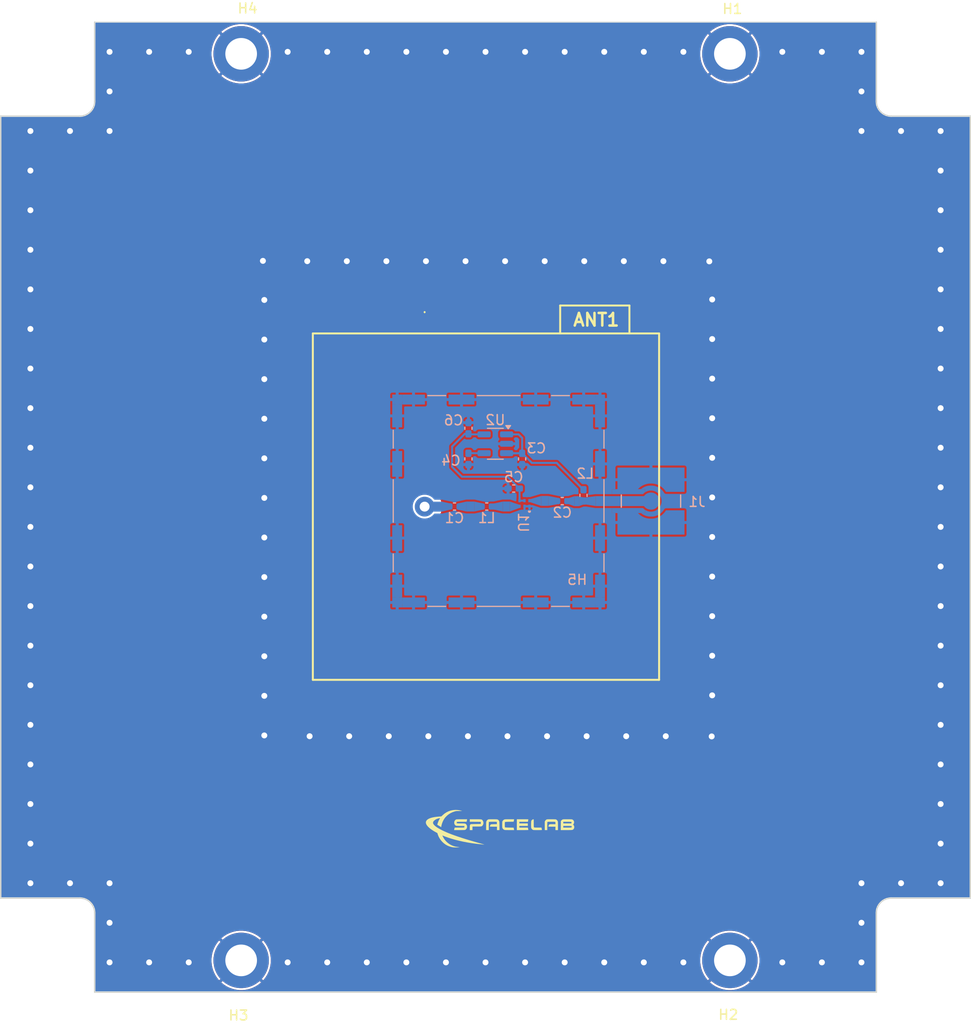
<source format=kicad_pcb>
(kicad_pcb (version 20241229) (generator "pcbnew") (generator_version "9.0")
  (title_block (title "Shild") (date "2023-08-27") (company "SpaceLab UFSC") (comment 1 "Eng. Yunior Alcantara Guevara"))
  (layers (0 "F.Cu" jumper) (2 "B.Cu" mixed) (13 "F.Paste" user) (15 "B.Paste" user) (5 "F.SilkS" user "F.Silkscreen") (7 "B.SilkS" user "B.Silkscreen") (1 "F.Mask" user) (3 "B.Mask" user) (25 "Edge.Cuts" user))
  (net 0 "")
  (net 1 "GND")
  (net 2 "3V3")
  (net 3 "Net-(U2-BP)")
  (net 4 "5V")
  (net 5 "Net-(C2-Pad2)")
  (net 6 "ant")
  (net 7 "Net-(C1-Pad2)")
  (net 8 "rfout")
  (net 9 "Net-(U1-RFIN)")
  (footprint "MountingHole:MountingHole_3.2mm_M3_DIN965_Pad" (layer "F.Cu") (at 109.574773 126.912334)
    (property "Reference" "H2" (at -0.16 5.49 0) (layer "F.SilkS"))
    (property "Value" "MountingHole_Pad")
    (pad "1" thru_hole circle (at 0 0) (size 5.6 5.6) (drill 3.2) (layers "*.Cu" "*.Mask") (net 1 "GND"))
  )
  (footprint "spacelab_lib:GGBTP353A40" (layer "F.Cu") (at 78.720104 81.064532 -90)
    (property "Reference" "ANT1" (at -18.875 -17.35 0) (layer "F.SilkS") (effects (font (size 1.27 1.27) (thickness 0.254))))
    (property "Value" "GGBTP.35.3.A.40" (hide yes))
    (pad "1" thru_hole circle (at 0 0 270) (size 1.5 1.5) (drill 1) (layers "*.Cu" "*.Mask") (net 6 "ant"))
  )
  (footprint "MountingHole:MountingHole_3.2mm_M3_DIN965_Pad" (layer "F.Cu") (at 109.574773 35.312334)
    (property "Reference" "H1" (at 0.25 -4.54 0) (layer "F.SilkS"))
    (property "Value" "MountingHole_Pad")
    (pad "1" thru_hole circle (at 0 0) (size 5.6 5.6) (drill 3.2) (layers "*.Cu" "*.Mask") (net 1 "GND"))
  )
  (footprint "spacelab_lib:spacelab-logo" (layer "F.Cu") (at 86.344773 113.612334)
    (property "Reference" "G***" (hide yes))
    (property "Value" "LOGO" (hide yes))
  )
  (footprint "MountingHole:MountingHole_3.2mm_M3_DIN965_Pad" (layer "F.Cu") (at 60.174773 126.912334)
    (property "Reference" "H3" (at -0.27 5.56 0) (layer "F.SilkS"))
    (property "Value" "MountingHole_Pad")
    (pad "1" thru_hole circle (at 0 0) (size 5.6 5.6) (drill 3.2) (layers "*.Cu" "*.Mask") (net 1 "GND"))
  )
  (footprint "MountingHole:MountingHole_3.2mm_M3_DIN965_Pad" (layer "F.Cu") (at 60.174773 35.312334)
    (property "Reference" "H4" (at 0.64619 -4.59 0) (layer "F.SilkS"))
    (property "Value" "MountingHole_Pad")
    (pad "1" thru_hole circle (at 0 0) (size 5.6 5.6) (drill 3.2) (layers "*.Cu" "*.Mask") (net 1 "GND"))
  )
  (footprint "Capacitor_SMD:C_0402_1005Metric_Pad0.74x0.62mm_HandSolder" (layer "B.Cu") (at 92.630104 80.504532)
    (property "Reference" "C2" (at 0 1.16 0) (layer "B.SilkS") (effects (justify mirror)))
    (property "Value" "100 pF")
    (pad "1" smd roundrect (at -0.5675 0) (size 0.735 0.62) (layers "B.Cu" "B.Mask" "B.Paste") (net 8 "rfout"))
    (pad "2" smd roundrect (at 0.5675 0) (size 0.735 0.62) (layers "B.Cu" "B.Mask" "B.Paste") (net 5 "Net-(C2-Pad2)"))
  )
  (footprint "Capacitor_SMD:C_0402_1005Metric_Pad0.74x0.62mm_HandSolder" (layer "B.Cu") (at 94.777604 79.924532 90)
    (property "Reference" "L2" (at 2.2 0.175 0) (layer "B.SilkS") (effects (justify mirror)))
    (property "Value" "82nH")
    (pad "1" smd roundrect (at -0.5675 0 90) (size 0.735 0.62) (layers "B.Cu" "B.Mask" "B.Paste") (net 5 "Net-(C2-Pad2)"))
    (pad "2" smd roundrect (at 0.5675 0 90) (size 0.735 0.62) (layers "B.Cu" "B.Mask" "B.Paste") (net 4 "5V"))
  )
  (footprint "Capacitor_SMD:C_0402_1005Metric_Pad0.74x0.62mm_HandSolder" (layer "B.Cu") (at 83.147604 73.144532 90)
    (property "Reference" "C6" (at 0.8 -1.5 0) (layer "B.SilkS") (effects (justify mirror)))
    (property "Value" "33 pF")
    (pad "1" smd roundrect (at -0.5675 0 90) (size 0.735 0.62) (layers "B.Cu" "B.Mask" "B.Paste") (net 2 "3V3"))
    (pad "2" smd roundrect (at 0.5675 0 90) (size 0.735 0.62) (layers "B.Cu" "B.Mask" "B.Paste") (net 1 "GND"))
  )
  (footprint "Package_TO_SOT_SMD:SOT-23-5" (layer "B.Cu") (at 85.867604 74.712032 180)
    (property "Reference" "U2" (at 0 2.4 0) (layer "B.SilkS") (effects (justify mirror)))
    (property "Value" "MIC5205-2.5YM5")
    (pad "1" smd roundrect (at -1.1375 0.95 180) (size 1.325 0.6) (layers "B.Cu" "B.Mask" "B.Paste") (net 4 "5V"))
    (pad "2" smd roundrect (at -1.1375 0 180) (size 1.325 0.6) (layers "B.Cu" "B.Mask" "B.Paste") (net 1 "GND"))
    (pad "3" smd roundrect (at -1.1375 -0.95 180) (size 1.325 0.6) (layers "B.Cu" "B.Mask" "B.Paste") (net 4 "5V"))
    (pad "4" smd roundrect (at 1.1375 -0.95 180) (size 1.325 0.6) (layers "B.Cu" "B.Mask" "B.Paste") (net 3 "Net-(U2-BP)"))
    (pad "5" smd roundrect (at 1.1375 0.95 180) (size 1.325 0.6) (layers "B.Cu" "B.Mask" "B.Paste") (net 2 "3V3"))
  )
  (footprint "spacelab_lib:21-0147-L611" (layer "B.Cu") (at 88.812769 80.744532 90)
    (property "Reference" "U1" (at -1.915 -0.14 270) (layer "B.SilkS") (effects (justify mirror)))
    (property "Value" "MAX2659ELT+T")
    (pad "1" smd rect (at -0.285001 0.499999 90) (size 0.32 0.23) (layers "B.Cu" "B.Mask" "B.Paste") (net 1 "GND"))
    (pad "2" smd rect (at -0.285001 0 90) (size 0.32 0.23) (layers "B.Cu" "B.Mask" "B.Paste") (net 1 "GND"))
    (pad "3" smd rect (at -0.285001 -0.499999 90) (size 0.32 0.23) (layers "B.Cu" "B.Mask" "B.Paste") (net 9 "Net-(U1-RFIN)"))
    (pad "4" smd rect (at 0.285001 -0.499999 90) (size 0.32 0.23) (layers "B.Cu" "B.Mask" "B.Paste") (net 2 "3V3"))
    (pad "5" smd rect (at 0.285001 0 90) (size 0.32 0.23) (layers "B.Cu" "B.Mask" "B.Paste") (net 2 "3V3"))
    (pad "6" smd rect (at 0.285001 0.499999 90) (size 0.32 0.23) (layers "B.Cu" "B.Mask" "B.Paste") (net 8 "rfout"))
  )
  (footprint "Capacitor_SMD:C_0402_1005Metric_Pad0.74x0.62mm_HandSolder" (layer "B.Cu") (at 85.000104 81.054532)
    (property "Reference" "L1" (at 0 1.16 0) (layer "B.SilkS") (effects (justify mirror)))
    (property "Value" "6.8 nH")
    (pad "1" smd roundrect (at -0.5675 0) (size 0.735 0.62) (layers "B.Cu" "B.Mask" "B.Paste") (net 7 "Net-(C1-Pad2)"))
    (pad "2" smd roundrect (at 0.5675 0) (size 0.735 0.62) (layers "B.Cu" "B.Mask" "B.Paste") (net 9 "Net-(U1-RFIN)"))
  )
  (footprint "Capacitor_SMD:C_0402_1005Metric_Pad0.74x0.62mm_HandSolder" (layer "B.Cu") (at 81.740104 81.054532)
    (property "Reference" "C1" (at 0 1.16 0) (layer "B.SilkS") (effects (justify mirror)))
    (property "Value" "470pF")
    (pad "1" smd roundrect (at -0.5675 0) (size 0.735 0.62) (layers "B.Cu" "B.Mask" "B.Paste") (net 6 "ant"))
    (pad "2" smd roundrect (at 0.5675 0) (size 0.735 0.62) (layers "B.Cu" "B.Mask" "B.Paste") (net 7 "Net-(C1-Pad2)"))
  )
  (footprint "spacelab_lib:LINX_CONMCX002-SMD" (layer "B.Cu") (at 101.597604 80.504532 -90)
    (property "Reference" "J1" (at 0.077802 -4.647169 0) (layer "B.SilkS") (effects (justify mirror)))
    (property "Value" "CONMCX002-SMD")
    (pad "1" smd circle (at 0 0 270) (size 1.73 1.73) (layers "B.Cu" "B.Mask" "B.Paste") (net 5 "Net-(C2-Pad2)"))
    (pad "S1" smd custom (at -2.6 0 270) (size 1 1) (layers "B.Cu") (net 1 "GND") (options (clearance outline) (anchor rect)) (primitives (gr_poly (pts (xy -0.78 3.38) (xy -0.78 -3.38) (xy 1.66 -3.38) (xy 1.66 -1.52) (xy 1.611 -1.489) (xy 1.56 -1.455) (xy 1.511 -1.419) (xy 1.463 -1.382) (xy 1.417 -1.343) (xy 1.372 -1.303) (xy 1.328 -1.261) (xy 1.286 -1.217) (xy 1.246 -1.172) (xy 1.207 -1.125) (xy 1.169 -1.078) (xy 1.134 -1.029) (xy 1.1 -0.978) (xy 1.068 -0.927) (xy 1.037 -0.874) (xy 1.009 -0.821) (xy 0.982 -0.766) (xy 0.958 -0.711) (xy 0.935 -0.655) (xy 0.914 -0.598) (xy 0.896 -0.54) (xy 0.879 -0.482) (xy 0.864 -0.423) (xy 0.852 -0.364) (xy 0.841 -0.304) (xy 0.833 -0.244) (xy 0.826 -0.184) (xy 0.822 -0.123) (xy 0.82 -0.063) (xy 0.82 0) (xy 0.82 0.063) (xy 0.822 0.123) (xy 0.826 0.184) (xy 0.833 0.244) (xy 0.841 0.304) (xy 0.852 0.364) (xy 0.864 0.423) (xy 0.879 0.482) (xy 0.896 0.54) (xy 0.914 0.598) (xy 0.935 0.655) (xy 0.958 0.711) (xy 0.982 0.766) (xy 1.009 0.821) (xy 1.037 0.874) (xy 1.068 0.927) (xy 1.1 0.978) (xy 1.134 1.029) (xy 1.169 1.078) (xy 1.207 1.125) (xy 1.246 1.172) (xy 1.286 1.217) (xy 1.328 1.261) (xy 1.372 1.303) (xy 1.417 1.343) (xy 1.463 1.382) (xy 1.511 1.419) (xy 1.56 1.455) (xy 1.611 1.489) (xy 1.66 1.52) (xy 1.66 3.38) (xy -0.78 3.38)) (width 0.01) (fill yes))))
    (pad "S2" smd custom (at 2.6 0 270) (size 1 1) (layers "B.Cu") (net 1 "GND") (options (clearance outline) (anchor rect)) (primitives (gr_poly (pts (xy 0.78 3.38) (xy 0.78 -3.38) (xy -1.66 -3.38) (xy -1.66 -1.52) (xy -1.611 -1.489) (xy -1.56 -1.455) (xy -1.511 -1.419) (xy -1.463 -1.382) (xy -1.417 -1.343) (xy -1.372 -1.303) (xy -1.328 -1.261) (xy -1.286 -1.217) (xy -1.246 -1.172) (xy -1.207 -1.125) (xy -1.169 -1.078) (xy -1.134 -1.029) (xy -1.1 -0.978) (xy -1.068 -0.927) (xy -1.037 -0.874) (xy -1.009 -0.821) (xy -0.982 -0.766) (xy -0.958 -0.711) (xy -0.935 -0.655) (xy -0.914 -0.598) (xy -0.896 -0.54) (xy -0.879 -0.482) (xy -0.864 -0.423) (xy -0.852 -0.364) (xy -0.841 -0.304) (xy -0.833 -0.244) (xy -0.826 -0.184) (xy -0.822 -0.123) (xy -0.82 -0.063) (xy -0.82 0) (xy -0.82 0.063) (xy -0.822 0.123) (xy -0.826 0.184) (xy -0.833 0.244) (xy -0.841 0.304) (xy -0.852 0.364) (xy -0.864 0.423) (xy -0.879 0.482) (xy -0.896 0.54) (xy -0.914 0.598) (xy -0.935 0.655) (xy -0.958 0.711) (xy -0.982 0.766) (xy -1.009 0.821) (xy -1.037 0.874) (xy -1.068 0.927) (xy -1.1 0.978) (xy -1.134 1.029) (xy -1.169 1.078) (xy -1.207 1.125) (xy -1.246 1.172) (xy -1.286 1.217) (xy -1.328 1.261) (xy -1.372 1.303) (xy -1.417 1.343) (xy -1.463 1.382) (xy -1.511 1.419) (xy -1.56 1.455) (xy -1.611 1.489) (xy -1.66 1.52) (xy -1.66 3.38) (xy 0.78 3.38)) (width 0.01) (fill yes))))
  )
  (footprint "RF_Shielding:Wuerth_36103205_20x20mm" (layer "B.Cu") (at 86.197604 80.494532 90)
    (property "Reference" "H5" (at -7.957802 7.947169 0) (layer "B.SilkS") (effects (justify mirror)))
    (property "Value" "WE-SHC_ONE-PIECE")
    (pad "1" smd rect (at -10.25 -10.25 90) (size 1 1) (layers "B.Cu" "B.Mask" "B.Paste") (net 1 "GND"))
    (pad "1" smd rect (at -10.25 -8.6 90) (size 1 2.3) (layers "B.Cu" "B.Mask" "B.Paste") (net 1 "GND"))
    (pad "1" smd rect (at -10.25 -3.75 90) (size 1 2.6) (layers "B.Cu" "B.Mask" "B.Paste") (net 1 "GND"))
    (pad "1" smd rect (at -10.25 3.75 90) (size 1 2.6) (layers "B.Cu" "B.Mask" "B.Paste") (net 1 "GND"))
    (pad "1" smd rect (at -10.25 8.6 90) (size 1 2.3) (layers "B.Cu" "B.Mask" "B.Paste") (net 1 "GND"))
    (pad "1" smd rect (at -10.25 10.25 90) (size 1 1) (layers "B.Cu" "B.Mask" "B.Paste") (net 1 "GND"))
    (pad "1" smd rect (at -8.6 -10.25 90) (size 2.3 1) (layers "B.Cu" "B.Mask" "B.Paste") (net 1 "GND"))
    (pad "1" smd rect (at -8.6 10.25 90) (size 2.3 1) (layers "B.Cu" "B.Mask" "B.Paste") (net 1 "GND"))
    (pad "1" smd rect (at -3.75 -10.25 90) (size 2.6 1) (layers "B.Cu" "B.Mask" "B.Paste") (net 1 "GND"))
    (pad "1" smd rect (at -3.75 10.25 90) (size 2.6 1) (layers "B.Cu" "B.Mask" "B.Paste") (net 1 "GND"))
    (pad "1" smd rect (at 3.75 -10.25 90) (size 2.6 1) (layers "B.Cu" "B.Mask" "B.Paste") (net 1 "GND"))
    (pad "1" smd rect (at 3.75 10.25 90) (size 2.6 1) (layers "B.Cu" "B.Mask" "B.Paste") (net 1 "GND"))
    (pad "1" smd rect (at 8.6 -10.25 90) (size 2.3 1) (layers "B.Cu" "B.Mask" "B.Paste") (net 1 "GND"))
    (pad "1" smd rect (at 8.6 10.25 90) (size 2.3 1) (layers "B.Cu" "B.Mask" "B.Paste") (net 1 "GND"))
    (pad "1" smd rect (at 10.25 -10.25 90) (size 1 1) (layers "B.Cu" "B.Mask" "B.Paste") (net 1 "GND"))
    (pad "1" smd rect (at 10.25 -8.6 90) (size 1 2.3) (layers "B.Cu" "B.Mask" "B.Paste") (net 1 "GND"))
    (pad "1" smd rect (at 10.25 -3.75 90) (size 1 2.6) (layers "B.Cu" "B.Mask" "B.Paste") (net 1 "GND"))
    (pad "1" smd rect (at 10.25 3.75 90) (size 1 2.6) (layers "B.Cu" "B.Mask" "B.Paste") (net 1 "GND"))
    (pad "1" smd rect (at 10.25 8.6 90) (size 1 2.3) (layers "B.Cu" "B.Mask" "B.Paste") (net 1 "GND"))
    (pad "1" smd rect (at 10.25 10.25 90) (size 1 1) (layers "B.Cu" "B.Mask" "B.Paste") (net 1 "GND"))
  )
  (footprint "Capacitor_SMD:C_0402_1005Metric_Pad0.74x0.62mm_HandSolder" (layer "B.Cu") (at 87.722769 79.234532 180)
    (property "Reference" "C5" (at 0 1.16 0) (layer "B.SilkS") (effects (justify mirror)))
    (property "Value" "2.2 uF")
    (pad "1" smd roundrect (at -0.5675 0 180) (size 0.735 0.62) (layers "B.Cu" "B.Mask" "B.Paste") (net 2 "3V3"))
    (pad "2" smd roundrect (at 0.5675 0 180) (size 0.735 0.62) (layers "B.Cu" "B.Mask" "B.Paste") (net 1 "GND"))
  )
  (footprint "Capacitor_SMD:C_0402_1005Metric_Pad0.74x0.62mm_HandSolder" (layer "B.Cu") (at 83.147604 76.244532 -90)
    (property "Reference" "C4" (at 0.167802 1.762831 0) (layer "B.SilkS") (effects (justify mirror)))
    (property "Value" "470 pF")
    (pad "1" smd roundrect (at -0.5675 0 270) (size 0.735 0.62) (layers "B.Cu" "B.Mask" "B.Paste") (net 3 "Net-(U2-BP)"))
    (pad "2" smd roundrect (at 0.5675 0 270) (size 0.735 0.62) (layers "B.Cu" "B.Mask" "B.Paste") (net 1 "GND"))
  )
  (footprint "Capacitor_SMD:C_0402_1005Metric_Pad0.74x0.62mm_HandSolder" (layer "B.Cu") (at 88.577604 76.244532 -90)
    (property "Reference" "C3" (at -1.075 -1.445 0) (layer "B.SilkS") (effects (justify mirror)))
    (property "Value" "10 uF")
    (pad "1" smd roundrect (at -0.5675 0 270) (size 0.735 0.62) (layers "B.Cu" "B.Mask" "B.Paste") (net 4 "5V"))
    (pad "2" smd roundrect (at 0.5675 0 270) (size 0.735 0.62) (layers "B.Cu" "B.Mask" "B.Paste") (net 1 "GND"))
  )
  (gr_poly (pts (xy 94.320104 81.014532) (xy 94.887604 80.804532) (xy 94.897604 80.194532) (xy 94.320104 80.014532)) (fill yes) (layer "B.Cu") (net 5))
  (gr_poly (pts (xy 87.334773 81.552334) (xy 88.369232 81.171866) (xy 88.369232 80.901866) (xy 87.334773 80.552334)) (fill yes) (layer "B.Cu") (net 9))
  (gr_rect (start 86.620104 80.552334) (end 87.334773 81.552334) (fill yes) (layer "B.Cu") (net 9))
  (gr_rect (start 96.012936 80.004532) (end 101.047605 81.004532) (fill yes) (layer "B.Cu") (net 5))
  (gr_poly (pts (xy 80.464773 81.564532) (xy 81.370104 81.344532) (xy 81.370104 80.754532) (xy 80.464773 80.564532)) (fill yes) (layer "B.Cu") (net 6))
  (gr_circle (center 78.720104 81.064532) (end 78.720104 82.064532) (fill yes) (layer "B.Cu") (net 6))
  (gr_poly (pts (xy 82.950104 80.554532) (xy 82.050104 80.752334) (xy 82.050104 81.35673) (xy 82.950104 81.554532)) (fill yes) (layer "B.Cu") (net 7))
  (gr_poly (pts (xy 96.012936 80.004532) (xy 94.867604 80.154532) (xy 94.887604 80.824532) (xy 96.012936 81.004532)) (fill yes) (layer "B.Cu") (net 5))
  (gr_rect (start 79.460104 80.564532) (end 80.464773 81.564532) (fill yes) (layer "B.Cu") (net 6))
  (gr_poly (pts (xy 83.734773 81.554532) (xy 84.634773 81.35673) (xy 84.634773 80.752334) (xy 83.734773 80.554532)) (fill yes) (layer "B.Cu") (net 7))
  (gr_poly (pts (xy 91.210103 80.984532) (xy 92.340104 80.784532) (xy 92.350104 80.214532) (xy 91.210103 79.984532)) (fill yes) (layer "B.Cu") (net 8))
  (gr_poly (pts (xy 90.495434 79.984532) (xy 89.330104 80.326186) (xy 89.320104 80.594532) (xy 90.495434 80.984532)) (fill yes) (layer "B.Cu") (net 8))
  (gr_rect (start 90.495434 79.984532) (end 91.210103 80.984532) (fill yes) (layer "B.Cu") (net 8))
  (gr_poly (pts (xy 86.620104 80.552334) (xy 85.720104 80.750136) (xy 85.720104 81.354532) (xy 86.620104 81.552334)) (fill yes) (layer "B.Cu") (net 9))
  (gr_rect (start 82.950104 80.554532) (end 83.734773 81.554532) (fill yes) (layer "B.Cu") (net 7))
  (gr_rect (start 93.845437 80.014532) (end 94.320104 81.014532) (fill yes) (layer "B.Cu") (net 5))
  (gr_poly (pts (xy 93.845437 80.014532) (xy 93.110104 80.254532) (xy 93.080104 80.744532) (xy 93.845437 81.014532)) (fill yes) (layer "B.Cu") (net 5))
  (gr_arc (start 43.874773 120.612334) (mid 44.935439 121.051666) (end 45.374773 122.112334) (stroke (width 0.15)) (layer "Edge.Cuts"))
  (gr_arc (start 124.374773 122.112334) (mid 124.814135 121.051707) (end 125.874773 120.612334) (stroke (width 0.15)) (layer "Edge.Cuts"))
  (gr_line (start 43.874773 120.612334) (end 35.874773 120.612334) (stroke (width 0.15)) (layer "Edge.Cuts"))
  (gr_line (start 45.374773 40.112334) (end 45.374773 32.112334) (stroke (width 0.15)) (layer "Edge.Cuts"))
  (gr_line (start 35.874773 41.612334) (end 43.874773 41.612334) (stroke (width 0.15)) (layer "Edge.Cuts"))
  (gr_line (start 124.374773 122.112334) (end 124.374773 130.112334) (stroke (width 0.15)) (layer "Edge.Cuts"))
  (gr_arc (start 125.874773 41.612334) (mid 124.814118 41.172987) (end 124.374773 40.112334) (stroke (width 0.15)) (layer "Edge.Cuts"))
  (gr_arc (start 45.374773 40.112334) (mid 44.935441 41.173001) (end 43.874773 41.612334) (stroke (width 0.15)) (layer "Edge.Cuts"))
  (gr_line (start 133.874773 120.612334) (end 133.874773 41.612334) (stroke (width 0.15)) (layer "Edge.Cuts"))
  (gr_line (start 124.374773 130.112334) (end 45.374773 130.112334) (stroke (width 0.15)) (layer "Edge.Cuts"))
  (gr_line (start 124.374773 32.112334) (end 124.374773 40.112334) (stroke (width 0.15)) (layer "Edge.Cuts"))
  (gr_line (start 35.874773 41.612334) (end 35.874773 120.612334) (stroke (width 0.15)) (layer "Edge.Cuts"))
  (gr_line (start 45.374773 130.112334) (end 45.374773 122.112334) (stroke (width 0.15)) (layer "Edge.Cuts"))
  (gr_line (start 45.374773 32.112334) (end 124.374773 32.112334) (stroke (width 0.1)) (layer "Edge.Cuts"))
  (gr_line (start 133.874773 120.612334) (end 125.874773 120.612334) (stroke (width 0.15)) (layer "Edge.Cuts"))
  (gr_line (start 125.874773 41.612334) (end 133.874773 41.612334) (stroke (width 0.15)) (layer "Edge.Cuts"))
  (via (at 42.874773 119.112334) (size 1.2) (drill 0.6) (layers "F.Cu" "B.Cu") (net 1))
  (via (at 130.874773 91.112334) (size 1.2) (drill 0.6) (layers "F.Cu" "B.Cu") (net 1))
  (via (at 99.094773 104.262334) (size 1.2) (drill 0.6) (layers "F.Cu" "B.Cu") (net 1))
  (via (at 62.514773 92.182334) (size 1.2) (drill 0.6) (layers "F.Cu" "B.Cu") (net 1))
  (via (at 130.874773 107.112334) (size 1.2) (drill 0.6) (layers "F.Cu" "B.Cu") (net 1))
  (via (at 107.784773 88.132334) (size 1.2) (drill 0.6) (layers "F.Cu" "B.Cu") (net 1))
  (via (at 130.874773 67.112334) (size 1.2) (drill 0.6) (layers "F.Cu" "B.Cu") (net 1))
  (via (at 67.094773 104.262334) (size 1.2) (drill 0.6) (layers "F.Cu" "B.Cu") (net 1))
  (via (at 74.854773 56.262334) (size 1.2) (drill 0.6) (layers "F.Cu" "B.Cu") (net 1))
  (via (at 38.874773 55.112334) (size 1.2) (drill 0.6) (layers "F.Cu" "B.Cu") (net 1))
  (via (at 98.854773 56.262334) (size 1.2) (drill 0.6) (layers "F.Cu" "B.Cu") (net 1))
  (via (at 84.874773 127.112334) (size 1.2) (drill 0.6) (layers "F.Cu" "B.Cu") (net 1))
  (via (at 78.854773 56.262334) (size 1.2) (drill 0.6) (layers "F.Cu" "B.Cu") (net 1))
  (via (at 66.854773 56.262334) (size 1.2) (drill 0.6) (layers "F.Cu" "B.Cu") (net 1))
  (via (at 104.874773 35.112334) (size 1.2) (drill 0.6) (layers "F.Cu" "B.Cu") (net 1))
  (via (at 92.874773 127.112334) (size 1.2) (drill 0.6) (layers "F.Cu" "B.Cu") (net 1))
  (via (at 126.874773 119.112334) (size 1.2) (drill 0.6) (layers "F.Cu" "B.Cu") (net 1))
  (via (at 118.874773 127.112334) (size 1.2) (drill 0.6) (layers "F.Cu" "B.Cu") (net 1))
  (via (at 122.874773 43.112334) (size 1.2) (drill 0.6) (layers "F.Cu" "B.Cu") (net 1))
  (via (at 38.874773 79.112334) (size 1.2) (drill 0.6) (layers "F.Cu" "B.Cu") (net 1))
  (via (at 86.854773 56.262334) (size 1.2) (drill 0.6) (layers "F.Cu" "B.Cu") (net 1))
  (via (at 38.874773 99.112334) (size 1.2) (drill 0.6) (layers "F.Cu" "B.Cu") (net 1))
  (via (at 72.874773 35.112334) (size 1.2) (drill 0.6) (layers "F.Cu" "B.Cu") (net 1))
  (via (at 54.874773 35.112334) (size 1.2) (drill 0.6) (layers "F.Cu" "B.Cu") (net 1))
  (via (at 38.874773 83.112334) (size 1.2) (drill 0.6) (layers "F.Cu" "B.Cu") (net 1))
  (via (at 38.874773 75.112334) (size 1.2) (drill 0.6) (layers "F.Cu" "B.Cu") (net 1))
  (via (at 130.874773 83.112334) (size 1.2) (drill 0.6) (layers "F.Cu" "B.Cu") (net 1))
  (via (at 82.854773 56.262334) (size 1.2) (drill 0.6) (layers "F.Cu" "B.Cu") (net 1))
  (via (at 38.874773 91.112334) (size 1.2) (drill 0.6) (layers "F.Cu" "B.Cu") (net 1))
  (via (at 62.514773 68.182334) (size 1.2) (drill 0.6) (layers "F.Cu" "B.Cu") (net 1))
  (via (at 50.874773 35.112334) (size 1.2) (drill 0.6) (layers "F.Cu" "B.Cu") (net 1))
  (via (at 130.874773 59.112334) (size 1.2) (drill 0.6) (layers "F.Cu" "B.Cu") (net 1))
  (via (at 122.874773 119.112334) (size 1.2) (drill 0.6) (layers "F.Cu" "B.Cu") (net 1))
  (via (at 90.854773 56.262334) (size 1.2) (drill 0.6) (layers "F.Cu" "B.Cu") (net 1))
  (via (at 122.874773 127.112334) (size 1.2) (drill 0.6) (layers "F.Cu" "B.Cu") (net 1))
  (via (at 130.874773 43.112334) (size 1.2) (drill 0.6) (layers "F.Cu" "B.Cu") (net 1))
  (via (at 107.734773 104.282334) (size 1.2) (drill 0.6) (layers "F.Cu" "B.Cu") (net 1))
  (via (at 130.874773 103.112334) (size 1.2) (drill 0.6) (layers "F.Cu" "B.Cu") (net 1))
  (via (at 68.874773 35.112334) (size 1.2) (drill 0.6) (layers "F.Cu" "B.Cu") (net 1))
  (via (at 62.374773 56.232334) (size 1.2) (drill 0.6) (layers "F.Cu" "B.Cu") (net 1))
  (via (at 64.874773 127.112334) (size 1.2) (drill 0.6) (layers "F.Cu" "B.Cu") (net 1))
  (via (at 100.874773 35.112334) (size 1.2) (drill 0.6) (layers "F.Cu" "B.Cu") (net 1))
  (via (at 95.094773 104.262334) (size 1.2) (drill 0.6) (layers "F.Cu" "B.Cu") (net 1))
  (via (at 87.094773 104.262334) (size 1.2) (drill 0.6) (layers "F.Cu" "B.Cu") (net 1))
  (via (at 130.874773 115.112334) (size 1.2) (drill 0.6) (layers "F.Cu" "B.Cu") (net 1))
  (via (at 107.784773 92.132334) (size 1.2) (drill 0.6) (layers "F.Cu" "B.Cu") (net 1))
  (via (at 62.514773 80.182334) (size 1.2) (drill 0.6) (layers "F.Cu" "B.Cu") (net 1))
  (via (at 107.784773 64.132334) (size 1.2) (drill 0.6) (layers "F.Cu" "B.Cu") (net 1))
  (via (at 130.874773 47.112334) (size 1.2) (drill 0.6) (layers "F.Cu" "B.Cu") (net 1))
  (via (at 46.874773 123.112334) (size 1.2) (drill 0.6) (layers "F.Cu" "B.Cu") (net 1))
  (via (at 46.874773 39.112334) (size 1.2) (drill 0.6) (layers "F.Cu" "B.Cu") (net 1))
  (via (at 88.874773 127.112334) (size 1.2) (drill 0.6) (layers "F.Cu" "B.Cu") (net 1))
  (via (at 96.874773 127.112334) (size 1.2) (drill 0.6) (layers "F.Cu" "B.Cu") (net 1))
  (via (at 107.784773 76.132334) (size 1.2) (drill 0.6) (layers "F.Cu" "B.Cu") (net 1))
  (via (at 72.874773 127.112334) (size 1.2) (drill 0.6) (layers "F.Cu" "B.Cu") (net 1))
  (via (at 38.874773 47.112334) (size 1.2) (drill 0.6) (layers "F.Cu" "B.Cu") (net 1))
  (via (at 38.874773 119.112334) (size 1.2) (drill 0.6) (layers "F.Cu" "B.Cu") (net 1))
  (via (at 38.874773 103.112334) (size 1.2) (drill 0.6) (layers "F.Cu" "B.Cu") (net 1))
  (via (at 88.874773 35.112334) (size 1.2) (drill 0.6) (layers "F.Cu" "B.Cu") (net 1))
  (via (at 100.874773 127.112334) (size 1.2) (drill 0.6) (layers "F.Cu" "B.Cu") (net 1))
  (via (at 83.094773 104.262334) (size 1.2) (drill 0.6) (layers "F.Cu" "B.Cu") (net 1))
  (via (at 104.874773 127.112334) (size 1.2) (drill 0.6) (layers "F.Cu" "B.Cu") (net 1))
  (via (at 94.854773 56.262334) (size 1.2) (drill 0.6) (layers "F.Cu" "B.Cu") (net 1))
  (via (at 62.514773 60.182334) (size 1.2) (drill 0.6) (layers "F.Cu" "B.Cu") (net 1))
  (via (at 107.784773 72.132334) (size 1.2) (drill 0.6) (layers "F.Cu" "B.Cu") (net 1))
  (via (at 122.874773 39.112334) (size 1.2) (drill 0.6) (layers "F.Cu" "B.Cu") (net 1))
  (via (at 38.874773 115.112334) (size 1.2) (drill 0.6) (layers "F.Cu" "B.Cu") (net 1))
  (via (at 62.514773 76.182334) (size 1.2) (drill 0.6) (layers "F.Cu" "B.Cu") (net 1))
  (via (at 107.784773 96.132334) (size 1.2) (drill 0.6) (layers "F.Cu" "B.Cu") (net 1))
  (via (at 62.514773 104.182334) (size 1.2) (drill 0.6) (layers "F.Cu" "B.Cu") (net 1))
  (via (at 46.874773 43.112334) (size 1.2) (drill 0.6) (layers "F.Cu" "B.Cu") (net 1))
  (via (at 38.874773 51.112334) (size 1.2) (drill 0.6) (layers "F.Cu" "B.Cu") (net 1))
  (via (at 80.874773 127.112334) (size 1.2) (drill 0.6) (layers "F.Cu" "B.Cu") (net 1))
  (via (at 50.874773 127.112334) (size 1.2) (drill 0.6) (layers "F.Cu" "B.Cu") (net 1))
  (via (at 46.874773 119.112334) (size 1.2) (drill 0.6) (layers "F.Cu" "B.Cu") (net 1))
  (via (at 130.874773 111.112334) (size 1.2) (drill 0.6) (layers "F.Cu" "B.Cu") (net 1))
  (via (at 107.784773 60.132334) (size 1.2) (drill 0.6) (layers "F.Cu" "B.Cu") (net 1))
  (via (at 92.874773 35.112334) (size 1.2) (drill 0.6) (layers "F.Cu" "B.Cu") (net 1))
  (via (at 107.784773 80.132334) (size 1.2) (drill 0.6) (layers "F.Cu" "B.Cu") (net 1))
  (via (at 130.874773 63.112334) (size 1.2) (drill 0.6) (layers "F.Cu" "B.Cu") (net 1))
  (via (at 91.094773 104.262334) (size 1.2) (drill 0.6) (layers "F.Cu" "B.Cu") (net 1))
  (via (at 38.874773 95.112334) (size 1.2) (drill 0.6) (layers "F.Cu" "B.Cu") (net 1))
  (via (at 62.514773 96.182334) (size 1.2) (drill 0.6) (layers "F.Cu" "B.Cu") (net 1))
  (via (at 80.874773 35.112334) (size 1.2) (drill 0.6) (layers "F.Cu" "B.Cu") (net 1))
  (via (at 76.874773 127.112334) (size 1.2) (drill 0.6) (layers "F.Cu" "B.Cu") (net 1))
  (via (at 96.874773 35.112334) (size 1.2) (drill 0.6) (layers "F.Cu" "B.Cu") (net 1))
  (via (at 84.874773 35.112334) (size 1.2) (drill 0.6) (layers "F.Cu" "B.Cu") (net 1))
  (via (at 114.874773 35.112334) (size 1.2) (drill 0.6) (layers "F.Cu" "B.Cu") (net 1))
  (via (at 46.874773 35.112334) (size 1.2) (drill 0.6) (layers "F.Cu" "B.Cu") (net 1))
  (via (at 130.874773 51.112334) (size 1.2) (drill 0.6) (layers "F.Cu" "B.Cu") (net 1))
  (via (at 122.874773 123.112334) (size 1.2) (drill 0.6) (layers "F.Cu" "B.Cu") (net 1))
  (via (at 46.874773 127.112334) (size 1.2) (drill 0.6) (layers "F.Cu" "B.Cu") (net 1))
  (via (at 62.514773 84.182334) (size 1.2) (drill 0.6) (layers "F.Cu" "B.Cu") (net 1))
  (via (at 130.874773 95.112334) (size 1.2) (drill 0.6) (layers "F.Cu" "B.Cu") (net 1))
  (via (at 38.874773 107.112334) (size 1.2) (drill 0.6) (layers "F.Cu" "B.Cu") (net 1))
  (via (at 130.874773 55.112334) (size 1.2) (drill 0.6) (layers "F.Cu" "B.Cu") (net 1))
  (via (at 68.874773 127.112334) (size 1.2) (drill 0.6) (layers "F.Cu" "B.Cu") (net 1))
  (via (at 38.874773 111.112334) (size 1.2) (drill 0.6) (layers "F.Cu" "B.Cu") (net 1))
  (via (at 54.874773 127.112334) (size 1.2) (drill 0.6) (layers "F.Cu" "B.Cu") (net 1))
  (via (at 103.094773 104.262334) (size 1.2) (drill 0.6) (layers "F.Cu" "B.Cu") (net 1))
  (via (at 38.874773 59.112334) (size 1.2) (drill 0.6) (layers "F.Cu" "B.Cu") (net 1))
  (via (at 107.494773 56.282334) (size 1.2) (drill 0.6) (layers "F.Cu" "B.Cu") (net 1))
  (via (at 38.874773 63.112334) (size 1.2) (drill 0.6) (layers "F.Cu" "B.Cu") (net 1))
  (via (at 130.874773 75.112334) (size 1.2) (drill 0.6) (layers "F.Cu" "B.Cu") (net 1))
  (via (at 62.514773 72.182334) (size 1.2) (drill 0.6) (layers "F.Cu" "B.Cu") (net 1))
  (via (at 64.874773 35.112334) (size 1.2) (drill 0.6) (layers "F.Cu" "B.Cu") (net 1))
  (via (at 38.874773 43.112334) (size 1.2) (drill 0.6) (layers "F.Cu" "B.Cu") (net 1))
  (via (at 70.854773 56.262334) (size 1.2) (drill 0.6) (layers "F.Cu" "B.Cu") (net 1))
  (via (at 42.874773 43.112334) (size 1.2) (drill 0.6) (layers "F.Cu" "B.Cu") (net 1))
  (via (at 130.874773 99.112334) (size 1.2) (drill 0.6) (layers "F.Cu" "B.Cu") (net 1))
  (via (at 114.874773 127.112334) (size 1.2) (drill 0.6) (layers "F.Cu" "B.Cu") (net 1))
  (via (at 122.874773 35.112334) (size 1.2) (drill 0.6) (layers "F.Cu" "B.Cu") (net 1))
  (via (at 130.874773 87.112334) (size 1.2) (drill 0.6) (layers "F.Cu" "B.Cu") (net 1))
  (via (at 62.514773 88.182334) (size 1.2) (drill 0.6) (layers "F.Cu" "B.Cu") (net 1))
  (via (at 118.874773 35.112334) (size 1.2) (drill 0.6) (layers "F.Cu" "B.Cu") (net 1))
  (via (at 102.854773 56.262334) (size 1.2) (drill 0.6) (layers "F.Cu" "B.Cu") (net 1))
  (via (at 71.094773 104.262334) (size 1.2) (drill 0.6) (layers "F.Cu" "B.Cu") (net 1))
  (via (at 75.094773 104.262334) (size 1.2) (drill 0.6) (layers "F.Cu" "B.Cu") (net 1))
  (via (at 79.094773 104.262334) (size 1.2) (drill 0.6) (layers "F.Cu" "B.Cu") (net 1))
  (via (at 107.784773 100.132334) (size 1.2) (drill 0.6) (layers "F.Cu" "B.Cu") (net 1))
  (via (at 76.874773 35.112334) (size 1.2) (drill 0.6) (layers "F.Cu" "B.Cu") (net 1))
  (via (at 130.874773 119.112334) (size 1.2) (drill 0.6) (layers "F.Cu" "B.Cu") (net 1))
  (via (at 126.874773 43.112334) (size 1.2) (drill 0.6) (layers "F.Cu" "B.Cu") (net 1))
  (via (at 62.514773 64.182334) (size 1.2) (drill 0.6) (layers "F.Cu" "B.Cu") (net 1))
  (via (at 62.514773 100.182334) (size 1.2) (drill 0.6) (layers "F.Cu" "B.Cu") (net 1))
  (via (at 38.874773 87.112334) (size 1.2) (drill 0.6) (layers "F.Cu" "B.Cu") (net 1))
  (via (at 38.874773 71.112334) (size 1.2) (drill 0.6) (layers "F.Cu" "B.Cu") (net 1))
  (via (at 130.874773 79.112334) (size 1.2) (drill 0.6) (layers "F.Cu" "B.Cu") (net 1))
  (via (at 107.784773 68.132334) (size 1.2) (drill 0.6) (layers "F.Cu" "B.Cu") (net 1))
  (via (at 107.784773 84.132334) (size 1.2) (drill 0.6) (layers "F.Cu" "B.Cu") (net 1))
  (via (at 130.874773 71.112334) (size 1.2) (drill 0.6) (layers "F.Cu" "B.Cu") (net 1))
  (via (at 38.874773 67.112334) (size 1.2) (drill 0.6) (layers "F.Cu" "B.Cu") (net 1))
  (segment (start 98.277604 94.444532) (end 98.277604 94.434532) (width 0.01) (layer "B.Cu") (net 1))
  (segment (start 83.197604 73.762032) (end 83.147604 73.712032) (width 0.2) (layer "B.Cu") (net 2))
  (segment (start 82.497604 78.044532) (end 81.497604 77.044532) (width 0.2) (layer "B.Cu") (net 2))
  (segment (start 81.497604 74.994532) (end 82.780104 73.712032) (width 0.2) (layer "B.Cu") (net 2))
  (segment (start 88.31277 79.257033) (end 88.290269 79.234532) (width 0.2) (layer "B.Cu") (net 2))
  (segment (start 84.730104 73.762032) (end 83.197604 73.762032) (width 0.2) (layer "B.Cu") (net 2))
  (segment (start 88.322769 80.449532) (end 88.31277 80.459531) (width 0.2) (layer "B.Cu") (net 2))
  (segment (start 87.100271 78.044532) (end 82.497604 78.044532) (width 0.2) (layer "B.Cu") (net 2))
  (segment (start 88.812769 80.459531) (end 88.31277 80.459531) (width 0.2) (layer "B.Cu") (net 2))
  (segment (start 88.290269 79.234532) (end 87.100271 78.044534) (width 0.2) (layer "B.Cu") (net 2))
  (segment (start 81.497604 77.044532) (end 81.497604 74.994532) (width 0.2) (layer "B.Cu") (net 2))
  (segment (start 88.31277 80.459531) (end 88.31277 79.257033) (width 0.2) (layer "B.Cu") (net 2))
  (segment (start 82.780104 73.712032) (end 83.147604 73.712032) (width 0.2) (layer "B.Cu") (net 2))
  (segment (start 87.100271 78.044534) (end 87.100271 78.044532) (width 0.2) (layer "B.Cu") (net 2))
  (segment (start 84.730104 75.662032) (end 83.162604 75.662032) (width 0.2) (layer "B.Cu") (net 3))
  (segment (start 83.162604 75.662032) (end 83.147604 75.677032) (width 0.2) (layer "B.Cu") (net 3))
  (segment (start 87.005104 75.662032) (end 88.562604 75.662032) (width 0.2) (layer "B.Cu") (net 4))
  (segment (start 87.020104 75.677032) (end 87.005104 75.662032) (width 0.2) (layer "B.Cu") (net 4))
  (segment (start 88.562604 75.662032) (end 88.577604 75.662032) (width 0.2) (layer "B.Cu") (net 4))
  (segment (start 88.592604 75.677032) (end 88.577604 75.677032) (width 0.2) (layer "B.Cu") (net 4))
  (segment (start 94.777604 79.357032) (end 92.065104 76.644532) (width 0.2) (layer "B.Cu") (net 4))
  (segment (start 89.560104 76.644532) (end 88.592604 75.677032) (width 0.2) (layer "B.Cu") (net 4))
  (segment (start 88.215104 73.762032) (end 87.005104 73.762032) (width 0.2) (layer "B.Cu") (net 4))
  (segment (start 92.065104 76.644532) (end 89.560104 76.644532) (width 0.2) (layer "B.Cu") (net 4))
  (segment (start 88.577604 75.677032) (end 88.577604 74.124532) (width 0.2) (layer "B.Cu") (net 4))
  (segment (start 88.577604 75.677032) (end 87.020104 75.677032) (width 0.2) (layer "B.Cu") (net 4))
  (segment (start 88.577604 74.124532) (end 88.215104 73.762032) (width 0.2) (layer "B.Cu") (net 4))
  (segment (start 88.562604 75.662032) (end 88.577604 75.677032) (width 0.2) (layer "B.Cu") (net 4))
  (zone (net 0) (net_name "") (layer "F.Cu") (connect_pads (clearance 0)) (min_thickness 0.2)
    (keepout (tracks allowed) (vias allowed) (pads allowed) (copperpour not_allowed) (footprints allowed))
    (fill (thermal_gap 0.2) (thermal_bridge_width 0.3))
    (polygon (pts (xy 78.834559 82.810785) (xy 79.061512 82.780906) (xy 79.282623 82.72166) (xy 79.494109 82.634059) (xy 79.692352 82.519604) (xy 79.873959 82.380252) (xy 80.035824 82.218387) (xy 80.175176 82.03678) (xy 80.289631 81.838537) (xy 80.377232 81.627051) (xy 80.436478 81.40594) (xy 80.466357 81.178987) (xy 80.466357 80.950077) (xy 80.436478 80.723124) (xy 80.377232 80.502013) (xy 80.289631 80.290527) (xy 80.175176 80.092284) (xy 80.035824 79.910677) (xy 79.873959 79.748812) (xy 79.692352 79.60946) (xy 79.494109 79.495005) (xy 79.282623 79.407404) (xy 79.061512 79.348158) (xy 78.834559 79.318279) (xy 78.605649 79.318279) (xy 78.378696 79.348158) (xy 78.157585 79.407404) (xy 77.946099 79.495005) (xy 77.747856 79.60946) (xy 77.566249 79.748812) (xy 77.404384 79.910677) (xy 77.265032 80.092284) (xy 77.150577 80.290527) (xy 77.062976 80.502013) (xy 77.00373 80.723124) (xy 76.973851 80.950077) (xy 76.973851 81.178987) (xy 77.00373 81.40594) (xy 77.062976 81.627051) (xy 77.150577 81.838537) (xy 77.265032 82.03678) (xy 77.404384 82.218387) (xy 77.566249 82.380252) (xy 77.747856 82.519604) (xy 77.946099 82.634059) (xy 78.157585 82.72166) (xy 78.378696 82.780906) (xy 78.605649 82.810785)))
  )
  (zone (net 1) (net_name "GND") (layers "F.Cu" "B.Cu") (name "GND") (connect_pads (clearance 0.2)) (min_thickness 0.2) (fill yes (thermal_gap 0.2) (thermal_bridge_width 0.3))
    (polygon (pts (xy 133.884773 130.112334) (xy 133.894773 130.112334) (xy 35.894773 130.132334) (xy 35.894773 130.112334) (xy 35.884773 32.112334) (xy 35.894773 32.112334) (xy 133.894773 32.082334) (xy 133.894773 32.112334)))
  )
  (zone (net 1) (net_name "GND") (layer "B.Cu") (priority 2) (connect_pads yes (clearance 0)) (min_thickness 0.1) (fill yes (thermal_gap 0) (thermal_bridge_width 0.5) (island_removal_mode 1) (island_area_min 10))
    (polygon (pts (xy 100.994732 79.294532) (xy 100.994732 81.71678) (xy 97.657604 81.71678) (xy 97.657604 79.294532)))
  )
)
</source>
